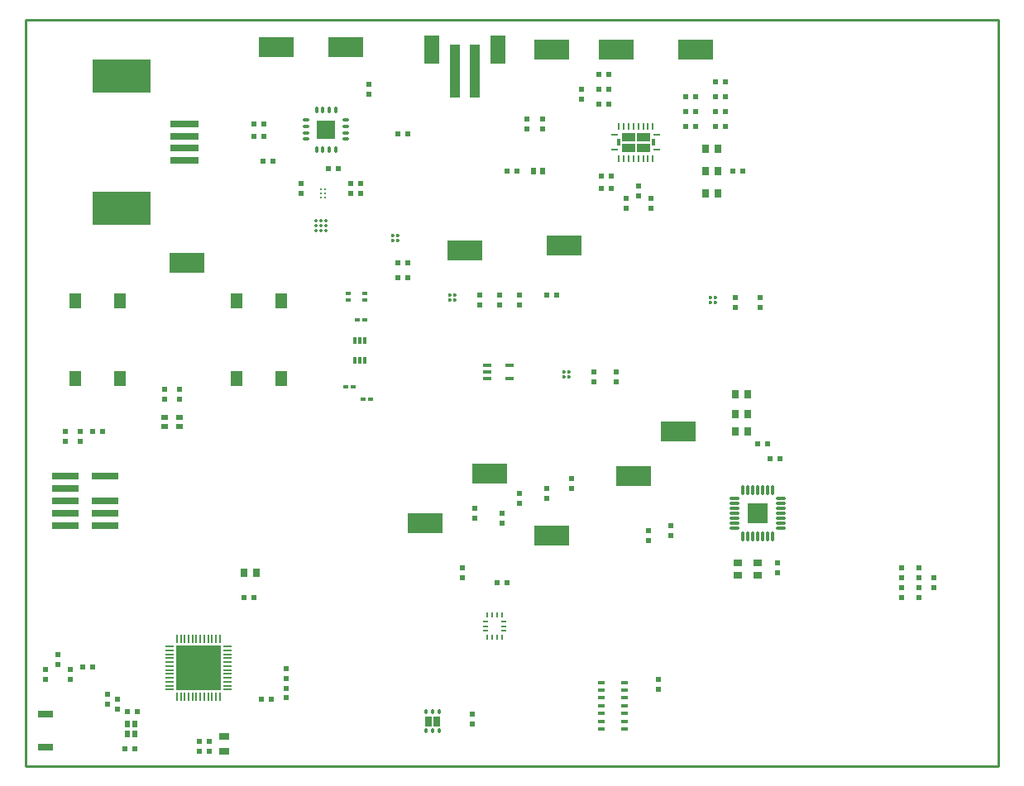
<source format=gtp>
G04*
G04 #@! TF.GenerationSoftware,Altium Limited,Altium Designer,20.1.11 (218)*
G04*
G04 Layer_Color=8421504*
%FSLAX25Y25*%
%MOIN*%
G70*
G04*
G04 #@! TF.SameCoordinates,CAFB467C-2199-4918-9867-5F0E6E75D0BF*
G04*
G04*
G04 #@! TF.FilePolarity,Positive*
G04*
G01*
G75*
%ADD11C,0.01000*%
%ADD20R,0.01169X0.03071*%
%ADD21R,0.05228X0.03610*%
%ADD22R,0.07480X0.07480*%
%ADD23R,0.01968X0.02362*%
%ADD24R,0.10984X0.02913*%
%ADD25R,0.02362X0.01968*%
G04:AMPARAMS|DCode=26|XSize=9.45mil|YSize=23.62mil|CornerRadius=1.98mil|HoleSize=0mil|Usage=FLASHONLY|Rotation=0.000|XOffset=0mil|YOffset=0mil|HoleType=Round|Shape=RoundedRectangle|*
%AMROUNDEDRECTD26*
21,1,0.00945,0.01965,0,0,0.0*
21,1,0.00548,0.02362,0,0,0.0*
1,1,0.00397,0.00274,-0.00983*
1,1,0.00397,-0.00274,-0.00983*
1,1,0.00397,-0.00274,0.00983*
1,1,0.00397,0.00274,0.00983*
%
%ADD26ROUNDEDRECTD26*%
G04:AMPARAMS|DCode=27|XSize=9.45mil|YSize=23.62mil|CornerRadius=1.98mil|HoleSize=0mil|Usage=FLASHONLY|Rotation=270.000|XOffset=0mil|YOffset=0mil|HoleType=Round|Shape=RoundedRectangle|*
%AMROUNDEDRECTD27*
21,1,0.00945,0.01965,0,0,270.0*
21,1,0.00548,0.02362,0,0,270.0*
1,1,0.00397,-0.00983,-0.00274*
1,1,0.00397,-0.00983,0.00274*
1,1,0.00397,0.00983,0.00274*
1,1,0.00397,0.00983,-0.00274*
%
%ADD27ROUNDEDRECTD27*%
G04:AMPARAMS|DCode=28|XSize=17.72mil|YSize=11.81mil|CornerRadius=1.95mil|HoleSize=0mil|Usage=FLASHONLY|Rotation=90.000|XOffset=0mil|YOffset=0mil|HoleType=Round|Shape=RoundedRectangle|*
%AMROUNDEDRECTD28*
21,1,0.01772,0.00791,0,0,90.0*
21,1,0.01382,0.01181,0,0,90.0*
1,1,0.00390,0.00396,0.00691*
1,1,0.00390,0.00396,-0.00691*
1,1,0.00390,-0.00396,-0.00691*
1,1,0.00390,-0.00396,0.00691*
%
%ADD28ROUNDEDRECTD28*%
%ADD29O,0.03740X0.00787*%
%ADD30O,0.00787X0.03740*%
%ADD31R,0.18110X0.18110*%
%ADD32O,0.02953X0.01181*%
%ADD33O,0.01181X0.02953*%
%ADD34R,0.14370X0.08071*%
%ADD35R,0.05906X0.02913*%
%ADD36R,0.11811X0.02756*%
%ADD37R,0.23779X0.13386*%
%ADD38R,0.03937X0.21654*%
%ADD39R,0.06299X0.11811*%
%ADD40R,0.02362X0.02362*%
%ADD41R,0.02362X0.02362*%
%ADD42R,0.01968X0.02756*%
%ADD43R,0.02953X0.03347*%
%ADD44R,0.02953X0.01378*%
%ADD45C,0.01417*%
G04:AMPARAMS|DCode=46|XSize=15.75mil|YSize=33.47mil|CornerRadius=1.97mil|HoleSize=0mil|Usage=FLASHONLY|Rotation=90.000|XOffset=0mil|YOffset=0mil|HoleType=Round|Shape=RoundedRectangle|*
%AMROUNDEDRECTD46*
21,1,0.01575,0.02953,0,0,90.0*
21,1,0.01181,0.03347,0,0,90.0*
1,1,0.00394,0.01476,0.00591*
1,1,0.00394,0.01476,-0.00591*
1,1,0.00394,-0.01476,-0.00591*
1,1,0.00394,-0.01476,0.00591*
%
%ADD46ROUNDEDRECTD46*%
G04:AMPARAMS|DCode=47|XSize=38.98mil|YSize=10.63mil|CornerRadius=1.33mil|HoleSize=0mil|Usage=FLASHONLY|Rotation=270.000|XOffset=0mil|YOffset=0mil|HoleType=Round|Shape=RoundedRectangle|*
%AMROUNDEDRECTD47*
21,1,0.03898,0.00797,0,0,270.0*
21,1,0.03632,0.01063,0,0,270.0*
1,1,0.00266,-0.00399,-0.01816*
1,1,0.00266,-0.00399,0.01816*
1,1,0.00266,0.00399,0.01816*
1,1,0.00266,0.00399,-0.01816*
%
%ADD47ROUNDEDRECTD47*%
G04:AMPARAMS|DCode=48|XSize=38.98mil|YSize=10.63mil|CornerRadius=1.33mil|HoleSize=0mil|Usage=FLASHONLY|Rotation=180.000|XOffset=0mil|YOffset=0mil|HoleType=Round|Shape=RoundedRectangle|*
%AMROUNDEDRECTD48*
21,1,0.03898,0.00797,0,0,180.0*
21,1,0.03632,0.01063,0,0,180.0*
1,1,0.00266,-0.01816,0.00399*
1,1,0.00266,0.01816,0.00399*
1,1,0.00266,0.01816,-0.00399*
1,1,0.00266,-0.01816,-0.00399*
%
%ADD48ROUNDEDRECTD48*%
%ADD49R,0.03347X0.02953*%
%ADD50C,0.00906*%
%ADD51R,0.02047X0.01181*%
G04:AMPARAMS|DCode=52|XSize=11.81mil|YSize=29.53mil|CornerRadius=1.95mil|HoleSize=0mil|Usage=FLASHONLY|Rotation=180.000|XOffset=0mil|YOffset=0mil|HoleType=Round|Shape=RoundedRectangle|*
%AMROUNDEDRECTD52*
21,1,0.01181,0.02563,0,0,180.0*
21,1,0.00791,0.02953,0,0,180.0*
1,1,0.00390,-0.00396,0.01282*
1,1,0.00390,0.00396,0.01282*
1,1,0.00390,0.00396,-0.01282*
1,1,0.00390,-0.00396,-0.01282*
%
%ADD52ROUNDEDRECTD52*%
%ADD53R,0.01968X0.01772*%
%ADD54C,0.01358*%
%ADD55R,0.02756X0.01968*%
%ADD56R,0.04000X0.02500*%
%ADD57R,0.02362X0.02756*%
%ADD58R,0.00984X0.01870*%
%ADD59R,0.01870X0.00984*%
%ADD60R,0.05118X0.06102*%
G36*
X160850Y19772D02*
Y19811D01*
X160880Y19883D01*
X160936Y19939D01*
X161008Y19969D01*
X161047D01*
D01*
X163409D01*
X163449D01*
X163521Y19939D01*
X163576Y19883D01*
X163606Y19811D01*
Y19772D01*
D01*
Y16228D01*
Y16189D01*
X163576Y16117D01*
X163521Y16061D01*
X163449Y16032D01*
X163409D01*
D01*
X161047D01*
X161008D01*
X160936Y16061D01*
X160880Y16117D01*
X160850Y16189D01*
Y16228D01*
D01*
Y19772D01*
D02*
G37*
G36*
X164591Y16032D02*
X164551D01*
X164479Y16061D01*
X164424Y16117D01*
X164394Y16189D01*
Y16228D01*
D01*
Y19772D01*
Y19811D01*
X164424Y19883D01*
X164479Y19939D01*
X164551Y19969D01*
X164591D01*
D01*
X166953D01*
X166992D01*
X167064Y19939D01*
X167120Y19883D01*
X167150Y19811D01*
Y19772D01*
D01*
Y16228D01*
Y16189D01*
X167120Y16117D01*
X167064Y16061D01*
X166992Y16032D01*
X166953D01*
D01*
X164591D01*
D02*
G37*
G36*
X290945Y106055D02*
X299055D01*
Y97945D01*
X290945D01*
Y106055D01*
D02*
G37*
D11*
X0Y0D02*
X392000D01*
Y301000D01*
X0D02*
X392000D01*
X0Y0D02*
Y301000D01*
D20*
X252883Y251504D02*
D03*
X238895D02*
D03*
D21*
X242881Y253702D02*
D03*
Y249305D02*
D03*
X248897D02*
D03*
Y253702D02*
D03*
D22*
X121029Y256720D02*
D03*
D23*
X126000Y241000D02*
D03*
X122063D02*
D03*
X154000Y255000D02*
D03*
X150063D02*
D03*
X288937Y240000D02*
D03*
X285000D02*
D03*
X194063D02*
D03*
X198000D02*
D03*
X131000Y235000D02*
D03*
X134937D02*
D03*
X131000Y231000D02*
D03*
X134937D02*
D03*
X30937Y135000D02*
D03*
X27000D02*
D03*
X92000Y259000D02*
D03*
X95937D02*
D03*
X92000Y254000D02*
D03*
X95937D02*
D03*
X193937Y74000D02*
D03*
X190000D02*
D03*
D24*
X15976Y117000D02*
D03*
Y112000D02*
D03*
Y107000D02*
D03*
Y102000D02*
D03*
Y97000D02*
D03*
X32000Y117000D02*
D03*
Y107000D02*
D03*
Y102000D02*
D03*
Y97000D02*
D03*
D25*
X220000Y112000D02*
D03*
Y115937D02*
D03*
X251000Y91000D02*
D03*
Y94937D02*
D03*
X224000Y272969D02*
D03*
Y269032D02*
D03*
X202000Y257000D02*
D03*
Y260937D02*
D03*
X180000Y17000D02*
D03*
Y20937D02*
D03*
X138500Y271063D02*
D03*
Y275000D02*
D03*
X255000Y34937D02*
D03*
Y31000D02*
D03*
X260000Y96969D02*
D03*
Y93032D02*
D03*
X181000Y103969D02*
D03*
Y100031D02*
D03*
X192000Y102000D02*
D03*
Y98063D02*
D03*
X199000Y106032D02*
D03*
Y109968D02*
D03*
X210000Y108000D02*
D03*
Y111937D02*
D03*
X360000Y76000D02*
D03*
Y79937D02*
D03*
Y71969D02*
D03*
Y68032D02*
D03*
X208299Y257031D02*
D03*
Y260968D02*
D03*
X111000Y234937D02*
D03*
Y231000D02*
D03*
X22000Y134937D02*
D03*
Y131000D02*
D03*
X56000Y151969D02*
D03*
Y148031D02*
D03*
X62000Y148063D02*
D03*
Y152000D02*
D03*
X176000Y76063D02*
D03*
Y80000D02*
D03*
D26*
X239000Y245008D02*
D03*
X240968D02*
D03*
X242937D02*
D03*
X244905D02*
D03*
X246874D02*
D03*
X248842D02*
D03*
X250811D02*
D03*
X252779D02*
D03*
Y258000D02*
D03*
X250811D02*
D03*
X248842D02*
D03*
X246874D02*
D03*
X244905D02*
D03*
X242937D02*
D03*
X240968D02*
D03*
X239000D02*
D03*
D27*
X254354Y248551D02*
D03*
Y254457D02*
D03*
X237425D02*
D03*
Y248551D02*
D03*
D28*
X161441Y21839D02*
D03*
X164000D02*
D03*
X166559D02*
D03*
Y14161D02*
D03*
X164000D02*
D03*
X161441D02*
D03*
D29*
X58000Y37150D02*
D03*
Y35575D02*
D03*
Y34000D02*
D03*
Y32425D02*
D03*
Y45024D02*
D03*
Y43449D02*
D03*
Y41874D02*
D03*
Y40299D02*
D03*
Y48173D02*
D03*
X81228Y32425D02*
D03*
Y34000D02*
D03*
Y35575D02*
D03*
Y37150D02*
D03*
Y40299D02*
D03*
Y41874D02*
D03*
Y43449D02*
D03*
Y45024D02*
D03*
Y48173D02*
D03*
X58000Y30850D02*
D03*
Y46598D02*
D03*
Y38724D02*
D03*
X81228Y30850D02*
D03*
Y38724D02*
D03*
Y46598D02*
D03*
D30*
X62528Y27898D02*
D03*
X64102D02*
D03*
X65677D02*
D03*
X67252D02*
D03*
Y51126D02*
D03*
X65677D02*
D03*
X64102D02*
D03*
X62528D02*
D03*
X70402Y27898D02*
D03*
X71976D02*
D03*
X73551D02*
D03*
X75126D02*
D03*
Y51126D02*
D03*
X73551D02*
D03*
X71976D02*
D03*
X70402D02*
D03*
X78276Y27898D02*
D03*
Y51126D02*
D03*
X60953Y27898D02*
D03*
Y51126D02*
D03*
X68827Y27898D02*
D03*
X76701D02*
D03*
Y51126D02*
D03*
X68827D02*
D03*
D31*
X69614Y39512D02*
D03*
D32*
X129000Y260559D02*
D03*
Y258000D02*
D03*
Y255441D02*
D03*
Y252882D02*
D03*
X113055D02*
D03*
Y255441D02*
D03*
Y258000D02*
D03*
Y260559D02*
D03*
D33*
X124866Y248748D02*
D03*
X122307D02*
D03*
X119748D02*
D03*
X117189D02*
D03*
Y264693D02*
D03*
X119748D02*
D03*
X122307D02*
D03*
X124866D02*
D03*
D34*
X212000Y93000D02*
D03*
X101000Y290000D02*
D03*
X129000D02*
D03*
X212000Y289000D02*
D03*
X238000D02*
D03*
X270000D02*
D03*
X263000Y135000D02*
D03*
X245000Y117000D02*
D03*
X177000Y208000D02*
D03*
X65000Y203000D02*
D03*
X161000Y98000D02*
D03*
X187000Y118000D02*
D03*
X217000Y210000D02*
D03*
D35*
X8000Y7590D02*
D03*
Y21000D02*
D03*
D36*
X64000Y254079D02*
D03*
Y249158D02*
D03*
Y259000D02*
D03*
Y244236D02*
D03*
D37*
X38803Y224847D02*
D03*
Y278390D02*
D03*
D38*
X180937Y280142D02*
D03*
X173063D02*
D03*
D39*
X190386Y289000D02*
D03*
X163614D02*
D03*
D40*
X247000Y233937D02*
D03*
Y230000D02*
D03*
X242000Y228969D02*
D03*
Y225031D02*
D03*
X252000Y228937D02*
D03*
Y225000D02*
D03*
X296000Y189000D02*
D03*
Y185063D02*
D03*
X286000D02*
D03*
Y189000D02*
D03*
X238000Y159000D02*
D03*
Y155063D02*
D03*
X229000D02*
D03*
Y159000D02*
D03*
X353000Y76000D02*
D03*
Y79937D02*
D03*
Y68032D02*
D03*
Y71969D02*
D03*
X303000Y78063D02*
D03*
Y82000D02*
D03*
X366000Y72000D02*
D03*
Y75937D02*
D03*
X16000Y134937D02*
D03*
Y131000D02*
D03*
X33000Y25000D02*
D03*
Y28937D02*
D03*
X70000Y10000D02*
D03*
Y6063D02*
D03*
X74000D02*
D03*
Y10000D02*
D03*
X105000Y35386D02*
D03*
Y39323D02*
D03*
Y31386D02*
D03*
Y27449D02*
D03*
X37000Y23031D02*
D03*
Y26969D02*
D03*
X183000Y190000D02*
D03*
Y186063D02*
D03*
X191000Y190000D02*
D03*
Y186063D02*
D03*
X8000Y35032D02*
D03*
Y38969D02*
D03*
X13000Y41000D02*
D03*
Y44937D02*
D03*
X18000Y35032D02*
D03*
Y38969D02*
D03*
X199000Y186063D02*
D03*
Y190000D02*
D03*
D41*
X282063Y264000D02*
D03*
X278126D02*
D03*
X282063Y258000D02*
D03*
X278126D02*
D03*
X282063Y270000D02*
D03*
X278126D02*
D03*
X282063Y276000D02*
D03*
X278126D02*
D03*
X266126Y258000D02*
D03*
X270063D02*
D03*
X266094Y264000D02*
D03*
X270031D02*
D03*
X266063Y270000D02*
D03*
X270000D02*
D03*
X88000Y68000D02*
D03*
X91937D02*
D03*
X153937Y197000D02*
D03*
X150000D02*
D03*
Y203000D02*
D03*
X153937D02*
D03*
X236000Y233000D02*
D03*
X232063D02*
D03*
X236000Y238000D02*
D03*
X232063D02*
D03*
X235000Y279000D02*
D03*
X231063D02*
D03*
X235000Y273000D02*
D03*
X231063D02*
D03*
X234937Y267000D02*
D03*
X231000D02*
D03*
X300031Y124000D02*
D03*
X303969D02*
D03*
X295000Y130000D02*
D03*
X298937D02*
D03*
X99761Y244060D02*
D03*
X95824D02*
D03*
X98937Y27000D02*
D03*
X95000D02*
D03*
X44937Y21937D02*
D03*
X41000D02*
D03*
X40063Y6937D02*
D03*
X44000D02*
D03*
X23000Y40000D02*
D03*
X26937D02*
D03*
X210000Y190000D02*
D03*
X213937D02*
D03*
D42*
X204630Y240000D02*
D03*
X208370D02*
D03*
D43*
X274079Y231000D02*
D03*
X279000D02*
D03*
X274079Y240000D02*
D03*
X279000D02*
D03*
X274079Y249000D02*
D03*
X279000D02*
D03*
X92921Y78000D02*
D03*
X88000D02*
D03*
X286079Y135000D02*
D03*
X291000D02*
D03*
X286079Y142000D02*
D03*
X291000D02*
D03*
X286079Y150000D02*
D03*
X291000D02*
D03*
D44*
X241449Y33748D02*
D03*
Y30598D02*
D03*
Y27449D02*
D03*
Y24299D02*
D03*
Y21150D02*
D03*
Y18000D02*
D03*
Y14850D02*
D03*
X232000D02*
D03*
Y18000D02*
D03*
Y21150D02*
D03*
Y24299D02*
D03*
Y27449D02*
D03*
Y30598D02*
D03*
Y33748D02*
D03*
D45*
X276016Y188984D02*
D03*
X277984D02*
D03*
X276016Y187016D02*
D03*
X277984D02*
D03*
X217000Y158968D02*
D03*
X218969D02*
D03*
X217000Y157000D02*
D03*
X218969D02*
D03*
X148016Y212016D02*
D03*
Y213984D02*
D03*
X149984Y212016D02*
D03*
Y213984D02*
D03*
X172968Y188031D02*
D03*
X171000D02*
D03*
X172968Y190000D02*
D03*
X171000D02*
D03*
D46*
X194858Y161559D02*
D03*
Y156441D02*
D03*
X186000D02*
D03*
Y159000D02*
D03*
Y161559D02*
D03*
D47*
X300905Y111291D02*
D03*
X298937D02*
D03*
X296969D02*
D03*
X295000D02*
D03*
X293032D02*
D03*
X291063D02*
D03*
X289094D02*
D03*
Y92709D02*
D03*
X291063D02*
D03*
X293032D02*
D03*
X295000D02*
D03*
X296969D02*
D03*
X298937D02*
D03*
X300905D02*
D03*
D48*
X304291Y96095D02*
D03*
Y98063D02*
D03*
Y100031D02*
D03*
Y102000D02*
D03*
Y103969D02*
D03*
Y105937D02*
D03*
Y107905D02*
D03*
X285709D02*
D03*
Y105937D02*
D03*
Y103969D02*
D03*
Y102000D02*
D03*
Y100031D02*
D03*
Y98063D02*
D03*
Y96095D02*
D03*
D49*
X287000Y82000D02*
D03*
Y77079D02*
D03*
X295000Y82000D02*
D03*
Y77079D02*
D03*
D50*
X120653Y229425D02*
D03*
X119000D02*
D03*
X120653Y231000D02*
D03*
X119000D02*
D03*
Y232575D02*
D03*
X120653D02*
D03*
D51*
X136614Y188000D02*
D03*
Y190559D02*
D03*
X130000D02*
D03*
Y188000D02*
D03*
D52*
X132677Y163543D02*
D03*
X134646D02*
D03*
X136614D02*
D03*
Y171614D02*
D03*
X134646D02*
D03*
X132677D02*
D03*
D53*
X133661Y179807D02*
D03*
X136614D02*
D03*
X129047Y153000D02*
D03*
X132000D02*
D03*
X138953Y148000D02*
D03*
X136000D02*
D03*
D54*
X117000Y219937D02*
D03*
X118968D02*
D03*
X120937D02*
D03*
X117000Y217969D02*
D03*
Y216000D02*
D03*
X118968Y217969D02*
D03*
X120937D02*
D03*
X118968Y216000D02*
D03*
X120937D02*
D03*
D55*
X62000Y140740D02*
D03*
Y137000D02*
D03*
X56000Y140740D02*
D03*
Y137000D02*
D03*
D56*
X80000Y12000D02*
D03*
Y6000D02*
D03*
D57*
X44150Y13000D02*
D03*
Y16937D02*
D03*
X41000D02*
D03*
Y13000D02*
D03*
D58*
X186094Y51846D02*
D03*
X188063D02*
D03*
X190032D02*
D03*
X192000D02*
D03*
Y61000D02*
D03*
X190032D02*
D03*
X188063D02*
D03*
X186094D02*
D03*
D59*
X192640Y54455D02*
D03*
Y56423D02*
D03*
Y58392D02*
D03*
X185455D02*
D03*
Y56423D02*
D03*
Y54455D02*
D03*
D60*
X20142Y187650D02*
D03*
X37858D02*
D03*
Y156350D02*
D03*
X20142D02*
D03*
X102858Y156350D02*
D03*
X85142D02*
D03*
Y187650D02*
D03*
X102858D02*
D03*
M02*

</source>
